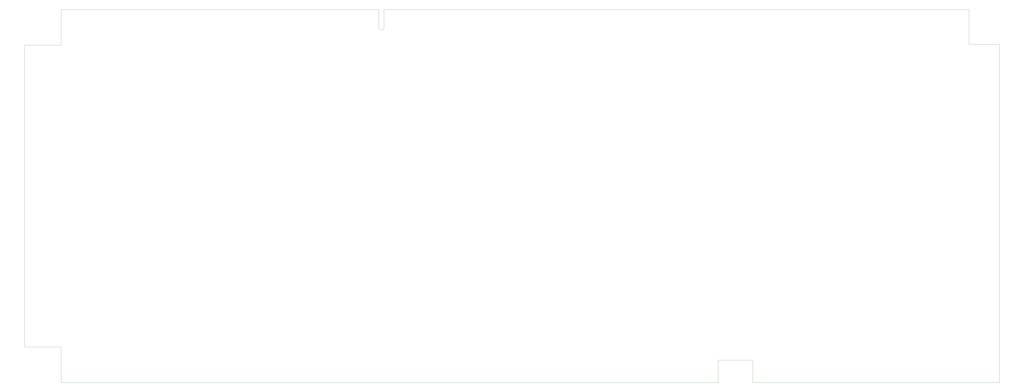
<source format=gm1>
%TF.GenerationSoftware,KiCad,Pcbnew,7.0.1-0*%
%TF.CreationDate,2023-07-23T14:26:27+03:00*%
%TF.ProjectId,HC2000,48433230-3030-42e6-9b69-6361645f7063,rev?*%
%TF.SameCoordinates,Original*%
%TF.FileFunction,Profile,NP*%
%FSLAX46Y46*%
G04 Gerber Fmt 4.6, Leading zero omitted, Abs format (unit mm)*
G04 Created by KiCad (PCBNEW 7.0.1-0) date 2023-07-23 14:26:27*
%MOMM*%
%LPD*%
G01*
G04 APERTURE LIST*
%TA.AperFunction,Profile*%
%ADD10C,0.100000*%
%TD*%
G04 APERTURE END LIST*
D10*
X440000000Y-272000000D02*
X440000000Y-283000000D01*
X563000000Y-117000000D02*
X563000000Y-100000000D01*
X457000000Y-283000000D02*
X457000000Y-272000000D01*
X118000000Y-265500000D02*
X100000000Y-265500000D01*
X118000000Y-283000000D02*
X440000000Y-283000000D01*
X578000000Y-117000000D02*
X578000000Y-283000000D01*
X118000000Y-117500000D02*
X100000000Y-117500000D01*
X457000000Y-272000000D02*
X440000000Y-272000000D01*
X100000000Y-117500000D02*
X100000000Y-265500000D01*
X118000000Y-100000000D02*
X118000000Y-117500000D01*
X273710000Y-100000000D02*
X273710000Y-108730000D01*
X273710000Y-100000000D02*
X118000000Y-100000000D01*
X276250000Y-100000000D02*
X563000000Y-100000000D01*
X273710000Y-108730000D02*
G75*
G03*
X276250000Y-108730000I1270000J0D01*
G01*
X578000000Y-117000000D02*
X563000000Y-117000000D01*
X276250000Y-108730000D02*
X276250000Y-100000000D01*
X118000000Y-283000000D02*
X118000000Y-265500000D01*
X578000000Y-283000000D02*
X457000000Y-283000000D01*
M02*

</source>
